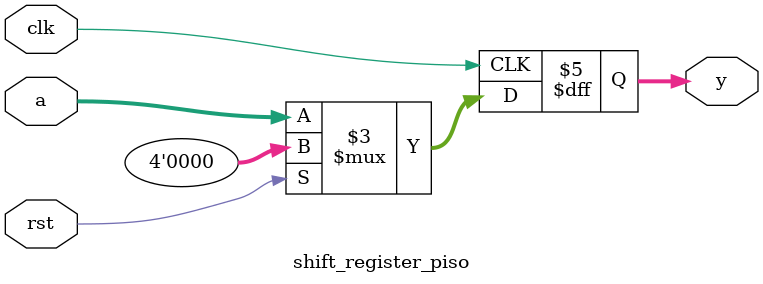
<source format=v>
/* 
 * Corevexis Semiconductor 
 * Example 46: SHIFT REGISTER PISO 
 */

module shift_register_piso (
    input clk,
    input rst,
    input [3:0] a,
    output reg [3:0] y
);

always @(posedge clk) begin
    if(rst) y <= 4'b0;
    else y <= a; 
end

endmodule
</source>
